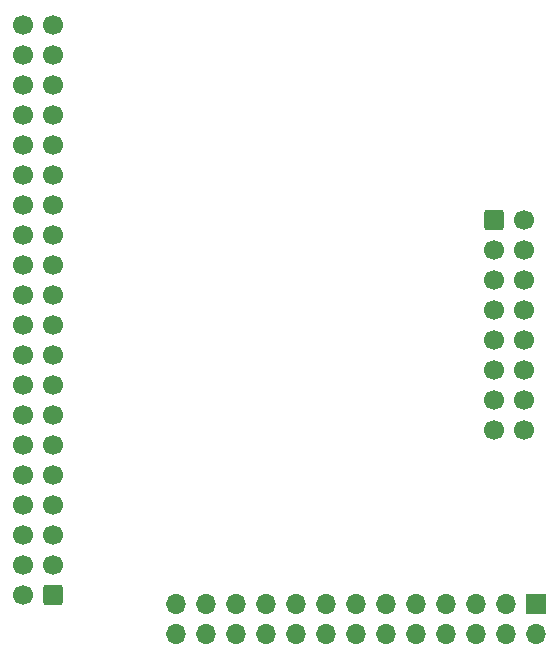
<source format=gbr>
%TF.GenerationSoftware,KiCad,Pcbnew,9.0.5*%
%TF.CreationDate,2025-12-13T23:56:32-06:00*%
%TF.ProjectId,CPE495-LED-Driver-Board,43504534-3935-42d4-9c45-442d44726976,v0.2*%
%TF.SameCoordinates,Original*%
%TF.FileFunction,Soldermask,Bot*%
%TF.FilePolarity,Negative*%
%FSLAX46Y46*%
G04 Gerber Fmt 4.6, Leading zero omitted, Abs format (unit mm)*
G04 Created by KiCad (PCBNEW 9.0.5) date 2025-12-13 23:56:32*
%MOMM*%
%LPD*%
G01*
G04 APERTURE LIST*
G04 Aperture macros list*
%AMRoundRect*
0 Rectangle with rounded corners*
0 $1 Rounding radius*
0 $2 $3 $4 $5 $6 $7 $8 $9 X,Y pos of 4 corners*
0 Add a 4 corners polygon primitive as box body*
4,1,4,$2,$3,$4,$5,$6,$7,$8,$9,$2,$3,0*
0 Add four circle primitives for the rounded corners*
1,1,$1+$1,$2,$3*
1,1,$1+$1,$4,$5*
1,1,$1+$1,$6,$7*
1,1,$1+$1,$8,$9*
0 Add four rect primitives between the rounded corners*
20,1,$1+$1,$2,$3,$4,$5,0*
20,1,$1+$1,$4,$5,$6,$7,0*
20,1,$1+$1,$6,$7,$8,$9,0*
20,1,$1+$1,$8,$9,$2,$3,0*%
G04 Aperture macros list end*
%ADD10R,1.700000X1.700000*%
%ADD11O,1.700000X1.700000*%
%ADD12RoundRect,0.250000X0.600000X0.600000X-0.600000X0.600000X-0.600000X-0.600000X0.600000X-0.600000X0*%
%ADD13C,1.700000*%
%ADD14RoundRect,0.250000X-0.600000X-0.600000X0.600000X-0.600000X0.600000X0.600000X-0.600000X0.600000X0*%
G04 APERTURE END LIST*
D10*
%TO.C,J3*%
X199136000Y-126492000D03*
D11*
X199136000Y-129032000D03*
X196596000Y-126492000D03*
X196596000Y-129032000D03*
X194056000Y-126492000D03*
X194056000Y-129032000D03*
X191516000Y-126492000D03*
X191516000Y-129032000D03*
X188976000Y-126492000D03*
X188976000Y-129032000D03*
X186436000Y-126492000D03*
X186436000Y-129032000D03*
X183896000Y-126492000D03*
X183896000Y-129032000D03*
X181356000Y-126492000D03*
X181356000Y-129032000D03*
X178816000Y-126492000D03*
X178816000Y-129032000D03*
X176276000Y-126492000D03*
X176276000Y-129032000D03*
X173736000Y-126492000D03*
X173736000Y-129032000D03*
X171196000Y-126492000D03*
X171196000Y-129032000D03*
X168656000Y-126492000D03*
X168656000Y-129032000D03*
%TD*%
D12*
%TO.C,J1*%
X158232500Y-125730000D03*
D13*
X155692500Y-125730000D03*
X158232500Y-123190000D03*
X155692500Y-123190000D03*
X158232500Y-120650000D03*
X155692500Y-120650000D03*
X158232500Y-118110000D03*
X155692500Y-118110000D03*
X158232500Y-115570000D03*
X155692500Y-115570000D03*
X158232500Y-113030000D03*
X155692500Y-113030000D03*
X158232500Y-110490000D03*
X155692500Y-110490000D03*
X158232500Y-107950000D03*
X155692500Y-107950000D03*
X158232500Y-105410000D03*
X155692500Y-105410000D03*
X158232500Y-102870000D03*
X155692500Y-102870000D03*
X158232500Y-100330000D03*
X155692500Y-100330000D03*
X158232500Y-97790000D03*
X155692500Y-97790000D03*
X158232500Y-95250000D03*
X155692500Y-95250000D03*
X158232500Y-92710000D03*
X155692500Y-92710000D03*
X158232500Y-90170000D03*
X155692500Y-90170000D03*
X158232500Y-87630000D03*
X155692500Y-87630000D03*
X158232500Y-85090000D03*
X155692500Y-85090000D03*
X158232500Y-82550000D03*
X155692500Y-82550000D03*
X158232500Y-80010000D03*
X155692500Y-80010000D03*
X158232500Y-77470000D03*
X155692500Y-77470000D03*
%TD*%
D14*
%TO.C,J2*%
X195580000Y-93980000D03*
D13*
X198120000Y-93980000D03*
X195580000Y-96520000D03*
X198120000Y-96520000D03*
X195580000Y-99060000D03*
X198120000Y-99060000D03*
X195580000Y-101600000D03*
X198120000Y-101600000D03*
X195580000Y-104140000D03*
X198120000Y-104140000D03*
X195580000Y-106680000D03*
X198120000Y-106680000D03*
X195580000Y-109220000D03*
X198120000Y-109220000D03*
X195580000Y-111760000D03*
X198120000Y-111760000D03*
%TD*%
M02*

</source>
